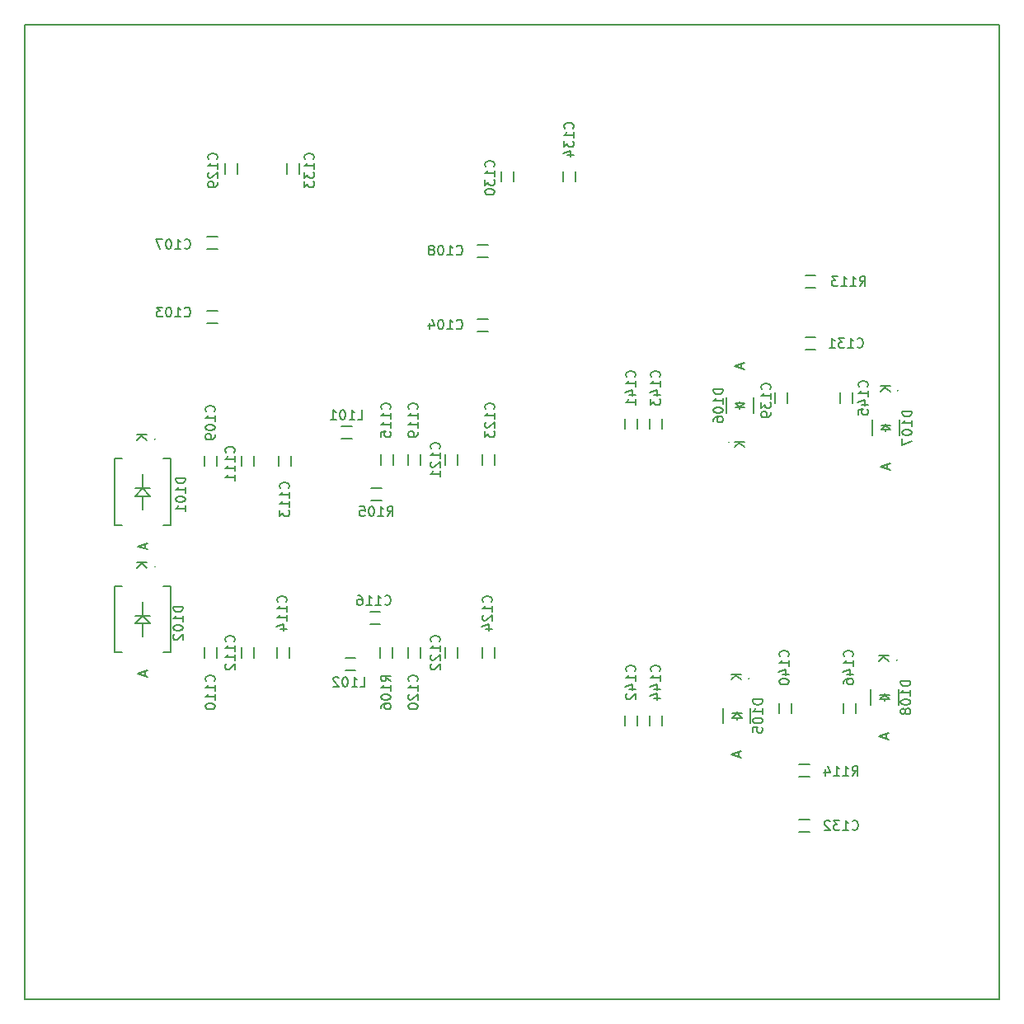
<source format=gbo>
G04 #@! TF.FileFunction,Legend,Bot*
%FSLAX46Y46*%
G04 Gerber Fmt 4.6, Leading zero omitted, Abs format (unit mm)*
G04 Created by KiCad (PCBNEW 4.0.1-stable) date 18/01/2016 20:26:33*
%MOMM*%
G01*
G04 APERTURE LIST*
%ADD10C,0.100000*%
%ADD11C,0.150000*%
G04 APERTURE END LIST*
D10*
D11*
X0Y100000000D02*
X0Y0D01*
X100000000Y100000000D02*
X0Y100000000D01*
X100000000Y0D02*
X100000000Y100000000D01*
X0Y0D02*
X100000000Y0D01*
X19235261Y70636175D02*
X18701861Y70636175D01*
X19235261Y70636175D02*
X19768661Y70636175D01*
X19235261Y69366175D02*
X18701861Y69366175D01*
X19235261Y69366175D02*
X19768661Y69366175D01*
X46990000Y69850000D02*
X46456600Y69850000D01*
X46990000Y69850000D02*
X47523400Y69850000D01*
X46990000Y68580000D02*
X46456600Y68580000D01*
X46990000Y68580000D02*
X47523400Y68580000D01*
X19235261Y78256175D02*
X18701861Y78256175D01*
X19235261Y78256175D02*
X19768661Y78256175D01*
X19235261Y76986175D02*
X18701861Y76986175D01*
X19235261Y76986175D02*
X19768661Y76986175D01*
X46990000Y77470000D02*
X46456600Y77470000D01*
X46990000Y77470000D02*
X47523400Y77470000D01*
X46990000Y76200000D02*
X46456600Y76200000D01*
X46990000Y76200000D02*
X47523400Y76200000D01*
X19685000Y55245000D02*
X19685000Y55778400D01*
X19685000Y55245000D02*
X19685000Y54711600D01*
X18415000Y55245000D02*
X18415000Y55778400D01*
X18415000Y55245000D02*
X18415000Y54711600D01*
X19685000Y35560000D02*
X19685000Y36093400D01*
X19685000Y35560000D02*
X19685000Y35026600D01*
X18415000Y35560000D02*
X18415000Y36093400D01*
X18415000Y35560000D02*
X18415000Y35026600D01*
X23495000Y55245000D02*
X23495000Y55778400D01*
X23495000Y55245000D02*
X23495000Y54711600D01*
X22225000Y55245000D02*
X22225000Y55778400D01*
X22225000Y55245000D02*
X22225000Y54711600D01*
X23495000Y35560000D02*
X23495000Y36093400D01*
X23495000Y35560000D02*
X23495000Y35026600D01*
X22225000Y35560000D02*
X22225000Y36093400D01*
X22225000Y35560000D02*
X22225000Y35026600D01*
X27305000Y55245000D02*
X27305000Y55778400D01*
X27305000Y55245000D02*
X27305000Y54711600D01*
X26035000Y55245000D02*
X26035000Y55778400D01*
X26035000Y55245000D02*
X26035000Y54711600D01*
X27178000Y35560000D02*
X27178000Y36093400D01*
X27178000Y35560000D02*
X27178000Y35026600D01*
X25908000Y35560000D02*
X25908000Y36093400D01*
X25908000Y35560000D02*
X25908000Y35026600D01*
X37846000Y55372000D02*
X37846000Y55905400D01*
X37846000Y55372000D02*
X37846000Y54838600D01*
X36576000Y55372000D02*
X36576000Y55905400D01*
X36576000Y55372000D02*
X36576000Y54838600D01*
X35941000Y39751000D02*
X35407600Y39751000D01*
X35941000Y39751000D02*
X36474400Y39751000D01*
X35941000Y38481000D02*
X35407600Y38481000D01*
X35941000Y38481000D02*
X36474400Y38481000D01*
X40640000Y55372000D02*
X40640000Y55905400D01*
X40640000Y55372000D02*
X40640000Y54838600D01*
X39370000Y55372000D02*
X39370000Y55905400D01*
X39370000Y55372000D02*
X39370000Y54838600D01*
X40640000Y35560000D02*
X40640000Y36093400D01*
X40640000Y35560000D02*
X40640000Y35026600D01*
X39370000Y35560000D02*
X39370000Y36093400D01*
X39370000Y35560000D02*
X39370000Y35026600D01*
X44450000Y55372000D02*
X44450000Y55905400D01*
X44450000Y55372000D02*
X44450000Y54838600D01*
X43180000Y55372000D02*
X43180000Y55905400D01*
X43180000Y55372000D02*
X43180000Y54838600D01*
X44450000Y35560000D02*
X44450000Y36093400D01*
X44450000Y35560000D02*
X44450000Y35026600D01*
X43180000Y35560000D02*
X43180000Y36093400D01*
X43180000Y35560000D02*
X43180000Y35026600D01*
X48260000Y55372000D02*
X48260000Y55905400D01*
X48260000Y55372000D02*
X48260000Y54838600D01*
X46990000Y55372000D02*
X46990000Y55905400D01*
X46990000Y55372000D02*
X46990000Y54838600D01*
X48260000Y35560000D02*
X48260000Y36093400D01*
X48260000Y35560000D02*
X48260000Y35026600D01*
X46990000Y35560000D02*
X46990000Y36093400D01*
X46990000Y35560000D02*
X46990000Y35026600D01*
X21775261Y85241175D02*
X21775261Y85774575D01*
X21775261Y85241175D02*
X21775261Y84707775D01*
X20505261Y85241175D02*
X20505261Y85774575D01*
X20505261Y85241175D02*
X20505261Y84707775D01*
X50165000Y84455000D02*
X50165000Y84988400D01*
X50165000Y84455000D02*
X50165000Y83921600D01*
X48895000Y84455000D02*
X48895000Y84988400D01*
X48895000Y84455000D02*
X48895000Y83921600D01*
X80645000Y67945000D02*
X80111600Y67945000D01*
X80645000Y67945000D02*
X81178400Y67945000D01*
X80645000Y66675000D02*
X80111600Y66675000D01*
X80645000Y66675000D02*
X81178400Y66675000D01*
X80010000Y17145000D02*
X80543400Y17145000D01*
X80010000Y17145000D02*
X79476600Y17145000D01*
X80010000Y18415000D02*
X80543400Y18415000D01*
X80010000Y18415000D02*
X79476600Y18415000D01*
X28125261Y85241175D02*
X28125261Y85774575D01*
X28125261Y85241175D02*
X28125261Y84707775D01*
X26855261Y85241175D02*
X26855261Y85774575D01*
X26855261Y85241175D02*
X26855261Y84707775D01*
X56515000Y84455000D02*
X56515000Y84988400D01*
X56515000Y84455000D02*
X56515000Y83921600D01*
X55245000Y84455000D02*
X55245000Y84988400D01*
X55245000Y84455000D02*
X55245000Y83921600D01*
X78282800Y61722000D02*
X78282800Y62255400D01*
X78282800Y61722000D02*
X78282800Y61188600D01*
X77012800Y61722000D02*
X77012800Y62255400D01*
X77012800Y61722000D02*
X77012800Y61188600D01*
X78740000Y29845000D02*
X78740000Y30378400D01*
X78740000Y29845000D02*
X78740000Y29311600D01*
X77470000Y29845000D02*
X77470000Y30378400D01*
X77470000Y29845000D02*
X77470000Y29311600D01*
X12065000Y51270000D02*
X12065000Y50270000D01*
X12065000Y52870000D02*
X12065000Y53870000D01*
X14965000Y48670000D02*
X14165000Y48670000D01*
X14965000Y55470000D02*
X14165000Y55470000D01*
X9165000Y52070000D02*
X9165000Y48670000D01*
X9165000Y48670000D02*
X9965000Y48670000D01*
X9165000Y52070000D02*
X9165000Y55470000D01*
X9165000Y55470000D02*
X9965000Y55470000D01*
X14965000Y52070000D02*
X14965000Y48670000D01*
X14965000Y52070000D02*
X14965000Y55470000D01*
X13320902Y57470000D02*
G75*
G03X13320902Y57470000I-55902J0D01*
G01*
X12065000Y52447500D02*
X12065000Y52847500D01*
X12065000Y51647500D02*
X12065000Y51247500D01*
X12865000Y52447500D02*
X11265000Y52447500D01*
X12865000Y51647500D02*
X12065000Y52447500D01*
X12865000Y51647500D02*
X11265000Y51647500D01*
X11265000Y51647500D02*
X12065000Y52447500D01*
X12065000Y38189000D02*
X12065000Y37189000D01*
X12065000Y39789000D02*
X12065000Y40789000D01*
X14965000Y35589000D02*
X14165000Y35589000D01*
X14965000Y42389000D02*
X14165000Y42389000D01*
X9165000Y38989000D02*
X9165000Y35589000D01*
X9165000Y35589000D02*
X9965000Y35589000D01*
X9165000Y38989000D02*
X9165000Y42389000D01*
X9165000Y42389000D02*
X9965000Y42389000D01*
X14965000Y38989000D02*
X14965000Y35589000D01*
X14965000Y38989000D02*
X14965000Y42389000D01*
X13320902Y44389000D02*
G75*
G03X13320902Y44389000I-55902J0D01*
G01*
X12065000Y39366500D02*
X12065000Y39766500D01*
X12065000Y38566500D02*
X12065000Y38166500D01*
X12865000Y39366500D02*
X11265000Y39366500D01*
X12865000Y38566500D02*
X12065000Y39366500D01*
X12865000Y38566500D02*
X11265000Y38566500D01*
X11265000Y38566500D02*
X12065000Y39366500D01*
X33020000Y58801000D02*
X32486600Y58801000D01*
X33020000Y58801000D02*
X33553400Y58801000D01*
X33020000Y57531000D02*
X32486600Y57531000D01*
X33020000Y57531000D02*
X33553400Y57531000D01*
X33401000Y35052000D02*
X32867600Y35052000D01*
X33401000Y35052000D02*
X33934400Y35052000D01*
X33401000Y33782000D02*
X32867600Y33782000D01*
X33401000Y33782000D02*
X33934400Y33782000D01*
X36068000Y51181000D02*
X36601400Y51181000D01*
X36068000Y51181000D02*
X35534600Y51181000D01*
X36068000Y52451000D02*
X36601400Y52451000D01*
X36068000Y52451000D02*
X35534600Y52451000D01*
X37719000Y35560000D02*
X37719000Y36093400D01*
X37719000Y35560000D02*
X37719000Y35026600D01*
X36449000Y35560000D02*
X36449000Y36093400D01*
X36449000Y35560000D02*
X36449000Y35026600D01*
X80645000Y73025000D02*
X81178400Y73025000D01*
X80645000Y73025000D02*
X80111600Y73025000D01*
X80645000Y74295000D02*
X81178400Y74295000D01*
X80645000Y74295000D02*
X80111600Y74295000D01*
X80010000Y24130000D02*
X79476600Y24130000D01*
X80010000Y24130000D02*
X80543400Y24130000D01*
X80010000Y22860000D02*
X79476600Y22860000D01*
X80010000Y22860000D02*
X80543400Y22860000D01*
X73088500Y28783000D02*
X73088500Y28683000D01*
X73088500Y29383000D02*
X73088500Y29483000D01*
X74344402Y32883000D02*
G75*
G03X74344402Y32883000I-55902J0D01*
G01*
X73588500Y29333000D02*
X72588500Y29333000D01*
X73588500Y28833000D02*
X73088500Y29333000D01*
X73588500Y28833000D02*
X72588500Y28833000D01*
X72588500Y28833000D02*
X73088500Y29333000D01*
X71688500Y29083000D02*
X71688500Y28283000D01*
X71688500Y29083000D02*
X71688500Y29883000D01*
X74488500Y29083000D02*
X74488500Y29883000D01*
X74488500Y29083000D02*
X74488500Y28283000D01*
X73406000Y61260000D02*
X73406000Y61360000D01*
X73406000Y60660000D02*
X73406000Y60560000D01*
X72261902Y57160000D02*
G75*
G03X72261902Y57160000I-55902J0D01*
G01*
X72906000Y60710000D02*
X73906000Y60710000D01*
X72906000Y61210000D02*
X73406000Y60710000D01*
X72906000Y61210000D02*
X73906000Y61210000D01*
X73906000Y61210000D02*
X73406000Y60710000D01*
X74806000Y60960000D02*
X74806000Y61760000D01*
X74806000Y60960000D02*
X74806000Y60160000D01*
X72006000Y60960000D02*
X72006000Y60160000D01*
X72006000Y60960000D02*
X72006000Y61760000D01*
X88392000Y58374000D02*
X88392000Y58274000D01*
X88392000Y58974000D02*
X88392000Y59074000D01*
X89647902Y62474000D02*
G75*
G03X89647902Y62474000I-55902J0D01*
G01*
X88892000Y58924000D02*
X87892000Y58924000D01*
X88892000Y58424000D02*
X88392000Y58924000D01*
X88892000Y58424000D02*
X87892000Y58424000D01*
X87892000Y58424000D02*
X88392000Y58924000D01*
X86992000Y58674000D02*
X86992000Y57874000D01*
X86992000Y58674000D02*
X86992000Y59474000D01*
X89792000Y58674000D02*
X89792000Y59474000D01*
X89792000Y58674000D02*
X89792000Y57874000D01*
X88265000Y30688000D02*
X88265000Y30588000D01*
X88265000Y31288000D02*
X88265000Y31388000D01*
X89520902Y34788000D02*
G75*
G03X89520902Y34788000I-55902J0D01*
G01*
X88765000Y31238000D02*
X87765000Y31238000D01*
X88765000Y30738000D02*
X88265000Y31238000D01*
X88765000Y30738000D02*
X87765000Y30738000D01*
X87765000Y30738000D02*
X88265000Y31238000D01*
X86865000Y30988000D02*
X86865000Y30188000D01*
X86865000Y30988000D02*
X86865000Y31788000D01*
X89665000Y30988000D02*
X89665000Y31788000D01*
X89665000Y30988000D02*
X89665000Y30188000D01*
X62865000Y59055000D02*
X62865000Y59588400D01*
X62865000Y59055000D02*
X62865000Y58521600D01*
X61595000Y59055000D02*
X61595000Y59588400D01*
X61595000Y59055000D02*
X61595000Y58521600D01*
X62865000Y28575000D02*
X62865000Y29108400D01*
X62865000Y28575000D02*
X62865000Y28041600D01*
X61595000Y28575000D02*
X61595000Y29108400D01*
X61595000Y28575000D02*
X61595000Y28041600D01*
X65405000Y59055000D02*
X65405000Y59588400D01*
X65405000Y59055000D02*
X65405000Y58521600D01*
X64135000Y59055000D02*
X64135000Y59588400D01*
X64135000Y59055000D02*
X64135000Y58521600D01*
X65405000Y28575000D02*
X65405000Y29108400D01*
X65405000Y28575000D02*
X65405000Y28041600D01*
X64135000Y28575000D02*
X64135000Y29108400D01*
X64135000Y28575000D02*
X64135000Y28041600D01*
X84963000Y61722000D02*
X84963000Y62255400D01*
X84963000Y61722000D02*
X84963000Y61188600D01*
X83693000Y61722000D02*
X83693000Y62255400D01*
X83693000Y61722000D02*
X83693000Y61188600D01*
X85344000Y29845000D02*
X85344000Y30378400D01*
X85344000Y29845000D02*
X85344000Y29311600D01*
X84074000Y29845000D02*
X84074000Y30378400D01*
X84074000Y29845000D02*
X84074000Y29311600D01*
X16359047Y70127857D02*
X16406666Y70080238D01*
X16549523Y70032619D01*
X16644761Y70032619D01*
X16787619Y70080238D01*
X16882857Y70175476D01*
X16930476Y70270714D01*
X16978095Y70461190D01*
X16978095Y70604048D01*
X16930476Y70794524D01*
X16882857Y70889762D01*
X16787619Y70985000D01*
X16644761Y71032619D01*
X16549523Y71032619D01*
X16406666Y70985000D01*
X16359047Y70937381D01*
X15406666Y70032619D02*
X15978095Y70032619D01*
X15692381Y70032619D02*
X15692381Y71032619D01*
X15787619Y70889762D01*
X15882857Y70794524D01*
X15978095Y70746905D01*
X14787619Y71032619D02*
X14692380Y71032619D01*
X14597142Y70985000D01*
X14549523Y70937381D01*
X14501904Y70842143D01*
X14454285Y70651667D01*
X14454285Y70413571D01*
X14501904Y70223095D01*
X14549523Y70127857D01*
X14597142Y70080238D01*
X14692380Y70032619D01*
X14787619Y70032619D01*
X14882857Y70080238D01*
X14930476Y70127857D01*
X14978095Y70223095D01*
X15025714Y70413571D01*
X15025714Y70651667D01*
X14978095Y70842143D01*
X14930476Y70937381D01*
X14882857Y70985000D01*
X14787619Y71032619D01*
X14120952Y71032619D02*
X13501904Y71032619D01*
X13835238Y70651667D01*
X13692380Y70651667D01*
X13597142Y70604048D01*
X13549523Y70556429D01*
X13501904Y70461190D01*
X13501904Y70223095D01*
X13549523Y70127857D01*
X13597142Y70080238D01*
X13692380Y70032619D01*
X13978095Y70032619D01*
X14073333Y70080238D01*
X14120952Y70127857D01*
X44299047Y68857857D02*
X44346666Y68810238D01*
X44489523Y68762619D01*
X44584761Y68762619D01*
X44727619Y68810238D01*
X44822857Y68905476D01*
X44870476Y69000714D01*
X44918095Y69191190D01*
X44918095Y69334048D01*
X44870476Y69524524D01*
X44822857Y69619762D01*
X44727619Y69715000D01*
X44584761Y69762619D01*
X44489523Y69762619D01*
X44346666Y69715000D01*
X44299047Y69667381D01*
X43346666Y68762619D02*
X43918095Y68762619D01*
X43632381Y68762619D02*
X43632381Y69762619D01*
X43727619Y69619762D01*
X43822857Y69524524D01*
X43918095Y69476905D01*
X42727619Y69762619D02*
X42632380Y69762619D01*
X42537142Y69715000D01*
X42489523Y69667381D01*
X42441904Y69572143D01*
X42394285Y69381667D01*
X42394285Y69143571D01*
X42441904Y68953095D01*
X42489523Y68857857D01*
X42537142Y68810238D01*
X42632380Y68762619D01*
X42727619Y68762619D01*
X42822857Y68810238D01*
X42870476Y68857857D01*
X42918095Y68953095D01*
X42965714Y69143571D01*
X42965714Y69381667D01*
X42918095Y69572143D01*
X42870476Y69667381D01*
X42822857Y69715000D01*
X42727619Y69762619D01*
X41537142Y69429286D02*
X41537142Y68762619D01*
X41775238Y69810238D02*
X42013333Y69095952D01*
X41394285Y69095952D01*
X16359047Y77112857D02*
X16406666Y77065238D01*
X16549523Y77017619D01*
X16644761Y77017619D01*
X16787619Y77065238D01*
X16882857Y77160476D01*
X16930476Y77255714D01*
X16978095Y77446190D01*
X16978095Y77589048D01*
X16930476Y77779524D01*
X16882857Y77874762D01*
X16787619Y77970000D01*
X16644761Y78017619D01*
X16549523Y78017619D01*
X16406666Y77970000D01*
X16359047Y77922381D01*
X15406666Y77017619D02*
X15978095Y77017619D01*
X15692381Y77017619D02*
X15692381Y78017619D01*
X15787619Y77874762D01*
X15882857Y77779524D01*
X15978095Y77731905D01*
X14787619Y78017619D02*
X14692380Y78017619D01*
X14597142Y77970000D01*
X14549523Y77922381D01*
X14501904Y77827143D01*
X14454285Y77636667D01*
X14454285Y77398571D01*
X14501904Y77208095D01*
X14549523Y77112857D01*
X14597142Y77065238D01*
X14692380Y77017619D01*
X14787619Y77017619D01*
X14882857Y77065238D01*
X14930476Y77112857D01*
X14978095Y77208095D01*
X15025714Y77398571D01*
X15025714Y77636667D01*
X14978095Y77827143D01*
X14930476Y77922381D01*
X14882857Y77970000D01*
X14787619Y78017619D01*
X14120952Y78017619D02*
X13454285Y78017619D01*
X13882857Y77017619D01*
X44299047Y76477857D02*
X44346666Y76430238D01*
X44489523Y76382619D01*
X44584761Y76382619D01*
X44727619Y76430238D01*
X44822857Y76525476D01*
X44870476Y76620714D01*
X44918095Y76811190D01*
X44918095Y76954048D01*
X44870476Y77144524D01*
X44822857Y77239762D01*
X44727619Y77335000D01*
X44584761Y77382619D01*
X44489523Y77382619D01*
X44346666Y77335000D01*
X44299047Y77287381D01*
X43346666Y76382619D02*
X43918095Y76382619D01*
X43632381Y76382619D02*
X43632381Y77382619D01*
X43727619Y77239762D01*
X43822857Y77144524D01*
X43918095Y77096905D01*
X42727619Y77382619D02*
X42632380Y77382619D01*
X42537142Y77335000D01*
X42489523Y77287381D01*
X42441904Y77192143D01*
X42394285Y77001667D01*
X42394285Y76763571D01*
X42441904Y76573095D01*
X42489523Y76477857D01*
X42537142Y76430238D01*
X42632380Y76382619D01*
X42727619Y76382619D01*
X42822857Y76430238D01*
X42870476Y76477857D01*
X42918095Y76573095D01*
X42965714Y76763571D01*
X42965714Y77001667D01*
X42918095Y77192143D01*
X42870476Y77287381D01*
X42822857Y77335000D01*
X42727619Y77382619D01*
X41822857Y76954048D02*
X41918095Y77001667D01*
X41965714Y77049286D01*
X42013333Y77144524D01*
X42013333Y77192143D01*
X41965714Y77287381D01*
X41918095Y77335000D01*
X41822857Y77382619D01*
X41632380Y77382619D01*
X41537142Y77335000D01*
X41489523Y77287381D01*
X41441904Y77192143D01*
X41441904Y77144524D01*
X41489523Y77049286D01*
X41537142Y77001667D01*
X41632380Y76954048D01*
X41822857Y76954048D01*
X41918095Y76906429D01*
X41965714Y76858810D01*
X42013333Y76763571D01*
X42013333Y76573095D01*
X41965714Y76477857D01*
X41918095Y76430238D01*
X41822857Y76382619D01*
X41632380Y76382619D01*
X41537142Y76430238D01*
X41489523Y76477857D01*
X41441904Y76573095D01*
X41441904Y76763571D01*
X41489523Y76858810D01*
X41537142Y76906429D01*
X41632380Y76954048D01*
X19407143Y60301047D02*
X19454762Y60348666D01*
X19502381Y60491523D01*
X19502381Y60586761D01*
X19454762Y60729619D01*
X19359524Y60824857D01*
X19264286Y60872476D01*
X19073810Y60920095D01*
X18930952Y60920095D01*
X18740476Y60872476D01*
X18645238Y60824857D01*
X18550000Y60729619D01*
X18502381Y60586761D01*
X18502381Y60491523D01*
X18550000Y60348666D01*
X18597619Y60301047D01*
X19502381Y59348666D02*
X19502381Y59920095D01*
X19502381Y59634381D02*
X18502381Y59634381D01*
X18645238Y59729619D01*
X18740476Y59824857D01*
X18788095Y59920095D01*
X18502381Y58729619D02*
X18502381Y58634380D01*
X18550000Y58539142D01*
X18597619Y58491523D01*
X18692857Y58443904D01*
X18883333Y58396285D01*
X19121429Y58396285D01*
X19311905Y58443904D01*
X19407143Y58491523D01*
X19454762Y58539142D01*
X19502381Y58634380D01*
X19502381Y58729619D01*
X19454762Y58824857D01*
X19407143Y58872476D01*
X19311905Y58920095D01*
X19121429Y58967714D01*
X18883333Y58967714D01*
X18692857Y58920095D01*
X18597619Y58872476D01*
X18550000Y58824857D01*
X18502381Y58729619D01*
X19502381Y57920095D02*
X19502381Y57729619D01*
X19454762Y57634380D01*
X19407143Y57586761D01*
X19264286Y57491523D01*
X19073810Y57443904D01*
X18692857Y57443904D01*
X18597619Y57491523D01*
X18550000Y57539142D01*
X18502381Y57634380D01*
X18502381Y57824857D01*
X18550000Y57920095D01*
X18597619Y57967714D01*
X18692857Y58015333D01*
X18930952Y58015333D01*
X19026190Y57967714D01*
X19073810Y57920095D01*
X19121429Y57824857D01*
X19121429Y57634380D01*
X19073810Y57539142D01*
X19026190Y57491523D01*
X18930952Y57443904D01*
X19407143Y32615047D02*
X19454762Y32662666D01*
X19502381Y32805523D01*
X19502381Y32900761D01*
X19454762Y33043619D01*
X19359524Y33138857D01*
X19264286Y33186476D01*
X19073810Y33234095D01*
X18930952Y33234095D01*
X18740476Y33186476D01*
X18645238Y33138857D01*
X18550000Y33043619D01*
X18502381Y32900761D01*
X18502381Y32805523D01*
X18550000Y32662666D01*
X18597619Y32615047D01*
X19502381Y31662666D02*
X19502381Y32234095D01*
X19502381Y31948381D02*
X18502381Y31948381D01*
X18645238Y32043619D01*
X18740476Y32138857D01*
X18788095Y32234095D01*
X19502381Y30710285D02*
X19502381Y31281714D01*
X19502381Y30996000D02*
X18502381Y30996000D01*
X18645238Y31091238D01*
X18740476Y31186476D01*
X18788095Y31281714D01*
X18502381Y30091238D02*
X18502381Y29995999D01*
X18550000Y29900761D01*
X18597619Y29853142D01*
X18692857Y29805523D01*
X18883333Y29757904D01*
X19121429Y29757904D01*
X19311905Y29805523D01*
X19407143Y29853142D01*
X19454762Y29900761D01*
X19502381Y29995999D01*
X19502381Y30091238D01*
X19454762Y30186476D01*
X19407143Y30234095D01*
X19311905Y30281714D01*
X19121429Y30329333D01*
X18883333Y30329333D01*
X18692857Y30281714D01*
X18597619Y30234095D01*
X18550000Y30186476D01*
X18502381Y30091238D01*
X21439143Y56110047D02*
X21486762Y56157666D01*
X21534381Y56300523D01*
X21534381Y56395761D01*
X21486762Y56538619D01*
X21391524Y56633857D01*
X21296286Y56681476D01*
X21105810Y56729095D01*
X20962952Y56729095D01*
X20772476Y56681476D01*
X20677238Y56633857D01*
X20582000Y56538619D01*
X20534381Y56395761D01*
X20534381Y56300523D01*
X20582000Y56157666D01*
X20629619Y56110047D01*
X21534381Y55157666D02*
X21534381Y55729095D01*
X21534381Y55443381D02*
X20534381Y55443381D01*
X20677238Y55538619D01*
X20772476Y55633857D01*
X20820095Y55729095D01*
X21534381Y54205285D02*
X21534381Y54776714D01*
X21534381Y54491000D02*
X20534381Y54491000D01*
X20677238Y54586238D01*
X20772476Y54681476D01*
X20820095Y54776714D01*
X21534381Y53252904D02*
X21534381Y53824333D01*
X21534381Y53538619D02*
X20534381Y53538619D01*
X20677238Y53633857D01*
X20772476Y53729095D01*
X20820095Y53824333D01*
X21439143Y36679047D02*
X21486762Y36726666D01*
X21534381Y36869523D01*
X21534381Y36964761D01*
X21486762Y37107619D01*
X21391524Y37202857D01*
X21296286Y37250476D01*
X21105810Y37298095D01*
X20962952Y37298095D01*
X20772476Y37250476D01*
X20677238Y37202857D01*
X20582000Y37107619D01*
X20534381Y36964761D01*
X20534381Y36869523D01*
X20582000Y36726666D01*
X20629619Y36679047D01*
X21534381Y35726666D02*
X21534381Y36298095D01*
X21534381Y36012381D02*
X20534381Y36012381D01*
X20677238Y36107619D01*
X20772476Y36202857D01*
X20820095Y36298095D01*
X21534381Y34774285D02*
X21534381Y35345714D01*
X21534381Y35060000D02*
X20534381Y35060000D01*
X20677238Y35155238D01*
X20772476Y35250476D01*
X20820095Y35345714D01*
X20629619Y34393333D02*
X20582000Y34345714D01*
X20534381Y34250476D01*
X20534381Y34012380D01*
X20582000Y33917142D01*
X20629619Y33869523D01*
X20724857Y33821904D01*
X20820095Y33821904D01*
X20962952Y33869523D01*
X21534381Y34440952D01*
X21534381Y33821904D01*
X27027143Y52427047D02*
X27074762Y52474666D01*
X27122381Y52617523D01*
X27122381Y52712761D01*
X27074762Y52855619D01*
X26979524Y52950857D01*
X26884286Y52998476D01*
X26693810Y53046095D01*
X26550952Y53046095D01*
X26360476Y52998476D01*
X26265238Y52950857D01*
X26170000Y52855619D01*
X26122381Y52712761D01*
X26122381Y52617523D01*
X26170000Y52474666D01*
X26217619Y52427047D01*
X27122381Y51474666D02*
X27122381Y52046095D01*
X27122381Y51760381D02*
X26122381Y51760381D01*
X26265238Y51855619D01*
X26360476Y51950857D01*
X26408095Y52046095D01*
X27122381Y50522285D02*
X27122381Y51093714D01*
X27122381Y50808000D02*
X26122381Y50808000D01*
X26265238Y50903238D01*
X26360476Y50998476D01*
X26408095Y51093714D01*
X26122381Y50188952D02*
X26122381Y49569904D01*
X26503333Y49903238D01*
X26503333Y49760380D01*
X26550952Y49665142D01*
X26598571Y49617523D01*
X26693810Y49569904D01*
X26931905Y49569904D01*
X27027143Y49617523D01*
X27074762Y49665142D01*
X27122381Y49760380D01*
X27122381Y50046095D01*
X27074762Y50141333D01*
X27027143Y50188952D01*
X26773143Y40743047D02*
X26820762Y40790666D01*
X26868381Y40933523D01*
X26868381Y41028761D01*
X26820762Y41171619D01*
X26725524Y41266857D01*
X26630286Y41314476D01*
X26439810Y41362095D01*
X26296952Y41362095D01*
X26106476Y41314476D01*
X26011238Y41266857D01*
X25916000Y41171619D01*
X25868381Y41028761D01*
X25868381Y40933523D01*
X25916000Y40790666D01*
X25963619Y40743047D01*
X26868381Y39790666D02*
X26868381Y40362095D01*
X26868381Y40076381D02*
X25868381Y40076381D01*
X26011238Y40171619D01*
X26106476Y40266857D01*
X26154095Y40362095D01*
X26868381Y38838285D02*
X26868381Y39409714D01*
X26868381Y39124000D02*
X25868381Y39124000D01*
X26011238Y39219238D01*
X26106476Y39314476D01*
X26154095Y39409714D01*
X26201714Y37981142D02*
X26868381Y37981142D01*
X25820762Y38219238D02*
X26535048Y38457333D01*
X26535048Y37838285D01*
X37441143Y60555047D02*
X37488762Y60602666D01*
X37536381Y60745523D01*
X37536381Y60840761D01*
X37488762Y60983619D01*
X37393524Y61078857D01*
X37298286Y61126476D01*
X37107810Y61174095D01*
X36964952Y61174095D01*
X36774476Y61126476D01*
X36679238Y61078857D01*
X36584000Y60983619D01*
X36536381Y60840761D01*
X36536381Y60745523D01*
X36584000Y60602666D01*
X36631619Y60555047D01*
X37536381Y59602666D02*
X37536381Y60174095D01*
X37536381Y59888381D02*
X36536381Y59888381D01*
X36679238Y59983619D01*
X36774476Y60078857D01*
X36822095Y60174095D01*
X37536381Y58650285D02*
X37536381Y59221714D01*
X37536381Y58936000D02*
X36536381Y58936000D01*
X36679238Y59031238D01*
X36774476Y59126476D01*
X36822095Y59221714D01*
X36536381Y57745523D02*
X36536381Y58221714D01*
X37012571Y58269333D01*
X36964952Y58221714D01*
X36917333Y58126476D01*
X36917333Y57888380D01*
X36964952Y57793142D01*
X37012571Y57745523D01*
X37107810Y57697904D01*
X37345905Y57697904D01*
X37441143Y57745523D01*
X37488762Y57793142D01*
X37536381Y57888380D01*
X37536381Y58126476D01*
X37488762Y58221714D01*
X37441143Y58269333D01*
X36933047Y40536857D02*
X36980666Y40489238D01*
X37123523Y40441619D01*
X37218761Y40441619D01*
X37361619Y40489238D01*
X37456857Y40584476D01*
X37504476Y40679714D01*
X37552095Y40870190D01*
X37552095Y41013048D01*
X37504476Y41203524D01*
X37456857Y41298762D01*
X37361619Y41394000D01*
X37218761Y41441619D01*
X37123523Y41441619D01*
X36980666Y41394000D01*
X36933047Y41346381D01*
X35980666Y40441619D02*
X36552095Y40441619D01*
X36266381Y40441619D02*
X36266381Y41441619D01*
X36361619Y41298762D01*
X36456857Y41203524D01*
X36552095Y41155905D01*
X35028285Y40441619D02*
X35599714Y40441619D01*
X35314000Y40441619D02*
X35314000Y41441619D01*
X35409238Y41298762D01*
X35504476Y41203524D01*
X35599714Y41155905D01*
X34171142Y41441619D02*
X34361619Y41441619D01*
X34456857Y41394000D01*
X34504476Y41346381D01*
X34599714Y41203524D01*
X34647333Y41013048D01*
X34647333Y40632095D01*
X34599714Y40536857D01*
X34552095Y40489238D01*
X34456857Y40441619D01*
X34266380Y40441619D01*
X34171142Y40489238D01*
X34123523Y40536857D01*
X34075904Y40632095D01*
X34075904Y40870190D01*
X34123523Y40965429D01*
X34171142Y41013048D01*
X34266380Y41060667D01*
X34456857Y41060667D01*
X34552095Y41013048D01*
X34599714Y40965429D01*
X34647333Y40870190D01*
X40235143Y60555047D02*
X40282762Y60602666D01*
X40330381Y60745523D01*
X40330381Y60840761D01*
X40282762Y60983619D01*
X40187524Y61078857D01*
X40092286Y61126476D01*
X39901810Y61174095D01*
X39758952Y61174095D01*
X39568476Y61126476D01*
X39473238Y61078857D01*
X39378000Y60983619D01*
X39330381Y60840761D01*
X39330381Y60745523D01*
X39378000Y60602666D01*
X39425619Y60555047D01*
X40330381Y59602666D02*
X40330381Y60174095D01*
X40330381Y59888381D02*
X39330381Y59888381D01*
X39473238Y59983619D01*
X39568476Y60078857D01*
X39616095Y60174095D01*
X40330381Y58650285D02*
X40330381Y59221714D01*
X40330381Y58936000D02*
X39330381Y58936000D01*
X39473238Y59031238D01*
X39568476Y59126476D01*
X39616095Y59221714D01*
X40330381Y58174095D02*
X40330381Y57983619D01*
X40282762Y57888380D01*
X40235143Y57840761D01*
X40092286Y57745523D01*
X39901810Y57697904D01*
X39520857Y57697904D01*
X39425619Y57745523D01*
X39378000Y57793142D01*
X39330381Y57888380D01*
X39330381Y58078857D01*
X39378000Y58174095D01*
X39425619Y58221714D01*
X39520857Y58269333D01*
X39758952Y58269333D01*
X39854190Y58221714D01*
X39901810Y58174095D01*
X39949429Y58078857D01*
X39949429Y57888380D01*
X39901810Y57793142D01*
X39854190Y57745523D01*
X39758952Y57697904D01*
X40235143Y32615047D02*
X40282762Y32662666D01*
X40330381Y32805523D01*
X40330381Y32900761D01*
X40282762Y33043619D01*
X40187524Y33138857D01*
X40092286Y33186476D01*
X39901810Y33234095D01*
X39758952Y33234095D01*
X39568476Y33186476D01*
X39473238Y33138857D01*
X39378000Y33043619D01*
X39330381Y32900761D01*
X39330381Y32805523D01*
X39378000Y32662666D01*
X39425619Y32615047D01*
X40330381Y31662666D02*
X40330381Y32234095D01*
X40330381Y31948381D02*
X39330381Y31948381D01*
X39473238Y32043619D01*
X39568476Y32138857D01*
X39616095Y32234095D01*
X39425619Y31281714D02*
X39378000Y31234095D01*
X39330381Y31138857D01*
X39330381Y30900761D01*
X39378000Y30805523D01*
X39425619Y30757904D01*
X39520857Y30710285D01*
X39616095Y30710285D01*
X39758952Y30757904D01*
X40330381Y31329333D01*
X40330381Y30710285D01*
X39330381Y30091238D02*
X39330381Y29995999D01*
X39378000Y29900761D01*
X39425619Y29853142D01*
X39520857Y29805523D01*
X39711333Y29757904D01*
X39949429Y29757904D01*
X40139905Y29805523D01*
X40235143Y29853142D01*
X40282762Y29900761D01*
X40330381Y29995999D01*
X40330381Y30091238D01*
X40282762Y30186476D01*
X40235143Y30234095D01*
X40139905Y30281714D01*
X39949429Y30329333D01*
X39711333Y30329333D01*
X39520857Y30281714D01*
X39425619Y30234095D01*
X39378000Y30186476D01*
X39330381Y30091238D01*
X42521143Y56491047D02*
X42568762Y56538666D01*
X42616381Y56681523D01*
X42616381Y56776761D01*
X42568762Y56919619D01*
X42473524Y57014857D01*
X42378286Y57062476D01*
X42187810Y57110095D01*
X42044952Y57110095D01*
X41854476Y57062476D01*
X41759238Y57014857D01*
X41664000Y56919619D01*
X41616381Y56776761D01*
X41616381Y56681523D01*
X41664000Y56538666D01*
X41711619Y56491047D01*
X42616381Y55538666D02*
X42616381Y56110095D01*
X42616381Y55824381D02*
X41616381Y55824381D01*
X41759238Y55919619D01*
X41854476Y56014857D01*
X41902095Y56110095D01*
X41711619Y55157714D02*
X41664000Y55110095D01*
X41616381Y55014857D01*
X41616381Y54776761D01*
X41664000Y54681523D01*
X41711619Y54633904D01*
X41806857Y54586285D01*
X41902095Y54586285D01*
X42044952Y54633904D01*
X42616381Y55205333D01*
X42616381Y54586285D01*
X42616381Y53633904D02*
X42616381Y54205333D01*
X42616381Y53919619D02*
X41616381Y53919619D01*
X41759238Y54014857D01*
X41854476Y54110095D01*
X41902095Y54205333D01*
X42521143Y36679047D02*
X42568762Y36726666D01*
X42616381Y36869523D01*
X42616381Y36964761D01*
X42568762Y37107619D01*
X42473524Y37202857D01*
X42378286Y37250476D01*
X42187810Y37298095D01*
X42044952Y37298095D01*
X41854476Y37250476D01*
X41759238Y37202857D01*
X41664000Y37107619D01*
X41616381Y36964761D01*
X41616381Y36869523D01*
X41664000Y36726666D01*
X41711619Y36679047D01*
X42616381Y35726666D02*
X42616381Y36298095D01*
X42616381Y36012381D02*
X41616381Y36012381D01*
X41759238Y36107619D01*
X41854476Y36202857D01*
X41902095Y36298095D01*
X41711619Y35345714D02*
X41664000Y35298095D01*
X41616381Y35202857D01*
X41616381Y34964761D01*
X41664000Y34869523D01*
X41711619Y34821904D01*
X41806857Y34774285D01*
X41902095Y34774285D01*
X42044952Y34821904D01*
X42616381Y35393333D01*
X42616381Y34774285D01*
X41711619Y34393333D02*
X41664000Y34345714D01*
X41616381Y34250476D01*
X41616381Y34012380D01*
X41664000Y33917142D01*
X41711619Y33869523D01*
X41806857Y33821904D01*
X41902095Y33821904D01*
X42044952Y33869523D01*
X42616381Y34440952D01*
X42616381Y33821904D01*
X48109143Y60555047D02*
X48156762Y60602666D01*
X48204381Y60745523D01*
X48204381Y60840761D01*
X48156762Y60983619D01*
X48061524Y61078857D01*
X47966286Y61126476D01*
X47775810Y61174095D01*
X47632952Y61174095D01*
X47442476Y61126476D01*
X47347238Y61078857D01*
X47252000Y60983619D01*
X47204381Y60840761D01*
X47204381Y60745523D01*
X47252000Y60602666D01*
X47299619Y60555047D01*
X48204381Y59602666D02*
X48204381Y60174095D01*
X48204381Y59888381D02*
X47204381Y59888381D01*
X47347238Y59983619D01*
X47442476Y60078857D01*
X47490095Y60174095D01*
X47299619Y59221714D02*
X47252000Y59174095D01*
X47204381Y59078857D01*
X47204381Y58840761D01*
X47252000Y58745523D01*
X47299619Y58697904D01*
X47394857Y58650285D01*
X47490095Y58650285D01*
X47632952Y58697904D01*
X48204381Y59269333D01*
X48204381Y58650285D01*
X47204381Y58316952D02*
X47204381Y57697904D01*
X47585333Y58031238D01*
X47585333Y57888380D01*
X47632952Y57793142D01*
X47680571Y57745523D01*
X47775810Y57697904D01*
X48013905Y57697904D01*
X48109143Y57745523D01*
X48156762Y57793142D01*
X48204381Y57888380D01*
X48204381Y58174095D01*
X48156762Y58269333D01*
X48109143Y58316952D01*
X47855143Y40743047D02*
X47902762Y40790666D01*
X47950381Y40933523D01*
X47950381Y41028761D01*
X47902762Y41171619D01*
X47807524Y41266857D01*
X47712286Y41314476D01*
X47521810Y41362095D01*
X47378952Y41362095D01*
X47188476Y41314476D01*
X47093238Y41266857D01*
X46998000Y41171619D01*
X46950381Y41028761D01*
X46950381Y40933523D01*
X46998000Y40790666D01*
X47045619Y40743047D01*
X47950381Y39790666D02*
X47950381Y40362095D01*
X47950381Y40076381D02*
X46950381Y40076381D01*
X47093238Y40171619D01*
X47188476Y40266857D01*
X47236095Y40362095D01*
X47045619Y39409714D02*
X46998000Y39362095D01*
X46950381Y39266857D01*
X46950381Y39028761D01*
X46998000Y38933523D01*
X47045619Y38885904D01*
X47140857Y38838285D01*
X47236095Y38838285D01*
X47378952Y38885904D01*
X47950381Y39457333D01*
X47950381Y38838285D01*
X47283714Y37981142D02*
X47950381Y37981142D01*
X46902762Y38219238D02*
X47617048Y38457333D01*
X47617048Y37838285D01*
X19661143Y86209047D02*
X19708762Y86256666D01*
X19756381Y86399523D01*
X19756381Y86494761D01*
X19708762Y86637619D01*
X19613524Y86732857D01*
X19518286Y86780476D01*
X19327810Y86828095D01*
X19184952Y86828095D01*
X18994476Y86780476D01*
X18899238Y86732857D01*
X18804000Y86637619D01*
X18756381Y86494761D01*
X18756381Y86399523D01*
X18804000Y86256666D01*
X18851619Y86209047D01*
X19756381Y85256666D02*
X19756381Y85828095D01*
X19756381Y85542381D02*
X18756381Y85542381D01*
X18899238Y85637619D01*
X18994476Y85732857D01*
X19042095Y85828095D01*
X18851619Y84875714D02*
X18804000Y84828095D01*
X18756381Y84732857D01*
X18756381Y84494761D01*
X18804000Y84399523D01*
X18851619Y84351904D01*
X18946857Y84304285D01*
X19042095Y84304285D01*
X19184952Y84351904D01*
X19756381Y84923333D01*
X19756381Y84304285D01*
X19756381Y83828095D02*
X19756381Y83637619D01*
X19708762Y83542380D01*
X19661143Y83494761D01*
X19518286Y83399523D01*
X19327810Y83351904D01*
X18946857Y83351904D01*
X18851619Y83399523D01*
X18804000Y83447142D01*
X18756381Y83542380D01*
X18756381Y83732857D01*
X18804000Y83828095D01*
X18851619Y83875714D01*
X18946857Y83923333D01*
X19184952Y83923333D01*
X19280190Y83875714D01*
X19327810Y83828095D01*
X19375429Y83732857D01*
X19375429Y83542380D01*
X19327810Y83447142D01*
X19280190Y83399523D01*
X19184952Y83351904D01*
X48109143Y85447047D02*
X48156762Y85494666D01*
X48204381Y85637523D01*
X48204381Y85732761D01*
X48156762Y85875619D01*
X48061524Y85970857D01*
X47966286Y86018476D01*
X47775810Y86066095D01*
X47632952Y86066095D01*
X47442476Y86018476D01*
X47347238Y85970857D01*
X47252000Y85875619D01*
X47204381Y85732761D01*
X47204381Y85637523D01*
X47252000Y85494666D01*
X47299619Y85447047D01*
X48204381Y84494666D02*
X48204381Y85066095D01*
X48204381Y84780381D02*
X47204381Y84780381D01*
X47347238Y84875619D01*
X47442476Y84970857D01*
X47490095Y85066095D01*
X47204381Y84161333D02*
X47204381Y83542285D01*
X47585333Y83875619D01*
X47585333Y83732761D01*
X47632952Y83637523D01*
X47680571Y83589904D01*
X47775810Y83542285D01*
X48013905Y83542285D01*
X48109143Y83589904D01*
X48156762Y83637523D01*
X48204381Y83732761D01*
X48204381Y84018476D01*
X48156762Y84113714D01*
X48109143Y84161333D01*
X47204381Y82923238D02*
X47204381Y82827999D01*
X47252000Y82732761D01*
X47299619Y82685142D01*
X47394857Y82637523D01*
X47585333Y82589904D01*
X47823429Y82589904D01*
X48013905Y82637523D01*
X48109143Y82685142D01*
X48156762Y82732761D01*
X48204381Y82827999D01*
X48204381Y82923238D01*
X48156762Y83018476D01*
X48109143Y83066095D01*
X48013905Y83113714D01*
X47823429Y83161333D01*
X47585333Y83161333D01*
X47394857Y83113714D01*
X47299619Y83066095D01*
X47252000Y83018476D01*
X47204381Y82923238D01*
X85447047Y66952857D02*
X85494666Y66905238D01*
X85637523Y66857619D01*
X85732761Y66857619D01*
X85875619Y66905238D01*
X85970857Y67000476D01*
X86018476Y67095714D01*
X86066095Y67286190D01*
X86066095Y67429048D01*
X86018476Y67619524D01*
X85970857Y67714762D01*
X85875619Y67810000D01*
X85732761Y67857619D01*
X85637523Y67857619D01*
X85494666Y67810000D01*
X85447047Y67762381D01*
X84494666Y66857619D02*
X85066095Y66857619D01*
X84780381Y66857619D02*
X84780381Y67857619D01*
X84875619Y67714762D01*
X84970857Y67619524D01*
X85066095Y67571905D01*
X84161333Y67857619D02*
X83542285Y67857619D01*
X83875619Y67476667D01*
X83732761Y67476667D01*
X83637523Y67429048D01*
X83589904Y67381429D01*
X83542285Y67286190D01*
X83542285Y67048095D01*
X83589904Y66952857D01*
X83637523Y66905238D01*
X83732761Y66857619D01*
X84018476Y66857619D01*
X84113714Y66905238D01*
X84161333Y66952857D01*
X82589904Y66857619D02*
X83161333Y66857619D01*
X82875619Y66857619D02*
X82875619Y67857619D01*
X82970857Y67714762D01*
X83066095Y67619524D01*
X83161333Y67571905D01*
X84939047Y17422857D02*
X84986666Y17375238D01*
X85129523Y17327619D01*
X85224761Y17327619D01*
X85367619Y17375238D01*
X85462857Y17470476D01*
X85510476Y17565714D01*
X85558095Y17756190D01*
X85558095Y17899048D01*
X85510476Y18089524D01*
X85462857Y18184762D01*
X85367619Y18280000D01*
X85224761Y18327619D01*
X85129523Y18327619D01*
X84986666Y18280000D01*
X84939047Y18232381D01*
X83986666Y17327619D02*
X84558095Y17327619D01*
X84272381Y17327619D02*
X84272381Y18327619D01*
X84367619Y18184762D01*
X84462857Y18089524D01*
X84558095Y18041905D01*
X83653333Y18327619D02*
X83034285Y18327619D01*
X83367619Y17946667D01*
X83224761Y17946667D01*
X83129523Y17899048D01*
X83081904Y17851429D01*
X83034285Y17756190D01*
X83034285Y17518095D01*
X83081904Y17422857D01*
X83129523Y17375238D01*
X83224761Y17327619D01*
X83510476Y17327619D01*
X83605714Y17375238D01*
X83653333Y17422857D01*
X82653333Y18232381D02*
X82605714Y18280000D01*
X82510476Y18327619D01*
X82272380Y18327619D01*
X82177142Y18280000D01*
X82129523Y18232381D01*
X82081904Y18137143D01*
X82081904Y18041905D01*
X82129523Y17899048D01*
X82700952Y17327619D01*
X82081904Y17327619D01*
X29567143Y86209047D02*
X29614762Y86256666D01*
X29662381Y86399523D01*
X29662381Y86494761D01*
X29614762Y86637619D01*
X29519524Y86732857D01*
X29424286Y86780476D01*
X29233810Y86828095D01*
X29090952Y86828095D01*
X28900476Y86780476D01*
X28805238Y86732857D01*
X28710000Y86637619D01*
X28662381Y86494761D01*
X28662381Y86399523D01*
X28710000Y86256666D01*
X28757619Y86209047D01*
X29662381Y85256666D02*
X29662381Y85828095D01*
X29662381Y85542381D02*
X28662381Y85542381D01*
X28805238Y85637619D01*
X28900476Y85732857D01*
X28948095Y85828095D01*
X28662381Y84923333D02*
X28662381Y84304285D01*
X29043333Y84637619D01*
X29043333Y84494761D01*
X29090952Y84399523D01*
X29138571Y84351904D01*
X29233810Y84304285D01*
X29471905Y84304285D01*
X29567143Y84351904D01*
X29614762Y84399523D01*
X29662381Y84494761D01*
X29662381Y84780476D01*
X29614762Y84875714D01*
X29567143Y84923333D01*
X28662381Y83970952D02*
X28662381Y83351904D01*
X29043333Y83685238D01*
X29043333Y83542380D01*
X29090952Y83447142D01*
X29138571Y83399523D01*
X29233810Y83351904D01*
X29471905Y83351904D01*
X29567143Y83399523D01*
X29614762Y83447142D01*
X29662381Y83542380D01*
X29662381Y83828095D01*
X29614762Y83923333D01*
X29567143Y83970952D01*
X56237143Y89384047D02*
X56284762Y89431666D01*
X56332381Y89574523D01*
X56332381Y89669761D01*
X56284762Y89812619D01*
X56189524Y89907857D01*
X56094286Y89955476D01*
X55903810Y90003095D01*
X55760952Y90003095D01*
X55570476Y89955476D01*
X55475238Y89907857D01*
X55380000Y89812619D01*
X55332381Y89669761D01*
X55332381Y89574523D01*
X55380000Y89431666D01*
X55427619Y89384047D01*
X56332381Y88431666D02*
X56332381Y89003095D01*
X56332381Y88717381D02*
X55332381Y88717381D01*
X55475238Y88812619D01*
X55570476Y88907857D01*
X55618095Y89003095D01*
X55332381Y88098333D02*
X55332381Y87479285D01*
X55713333Y87812619D01*
X55713333Y87669761D01*
X55760952Y87574523D01*
X55808571Y87526904D01*
X55903810Y87479285D01*
X56141905Y87479285D01*
X56237143Y87526904D01*
X56284762Y87574523D01*
X56332381Y87669761D01*
X56332381Y87955476D01*
X56284762Y88050714D01*
X56237143Y88098333D01*
X55665714Y86622142D02*
X56332381Y86622142D01*
X55284762Y86860238D02*
X55999048Y87098333D01*
X55999048Y86479285D01*
X76480943Y62587047D02*
X76528562Y62634666D01*
X76576181Y62777523D01*
X76576181Y62872761D01*
X76528562Y63015619D01*
X76433324Y63110857D01*
X76338086Y63158476D01*
X76147610Y63206095D01*
X76004752Y63206095D01*
X75814276Y63158476D01*
X75719038Y63110857D01*
X75623800Y63015619D01*
X75576181Y62872761D01*
X75576181Y62777523D01*
X75623800Y62634666D01*
X75671419Y62587047D01*
X76576181Y61634666D02*
X76576181Y62206095D01*
X76576181Y61920381D02*
X75576181Y61920381D01*
X75719038Y62015619D01*
X75814276Y62110857D01*
X75861895Y62206095D01*
X75576181Y61301333D02*
X75576181Y60682285D01*
X75957133Y61015619D01*
X75957133Y60872761D01*
X76004752Y60777523D01*
X76052371Y60729904D01*
X76147610Y60682285D01*
X76385705Y60682285D01*
X76480943Y60729904D01*
X76528562Y60777523D01*
X76576181Y60872761D01*
X76576181Y61158476D01*
X76528562Y61253714D01*
X76480943Y61301333D01*
X76576181Y60206095D02*
X76576181Y60015619D01*
X76528562Y59920380D01*
X76480943Y59872761D01*
X76338086Y59777523D01*
X76147610Y59729904D01*
X75766657Y59729904D01*
X75671419Y59777523D01*
X75623800Y59825142D01*
X75576181Y59920380D01*
X75576181Y60110857D01*
X75623800Y60206095D01*
X75671419Y60253714D01*
X75766657Y60301333D01*
X76004752Y60301333D01*
X76099990Y60253714D01*
X76147610Y60206095D01*
X76195229Y60110857D01*
X76195229Y59920380D01*
X76147610Y59825142D01*
X76099990Y59777523D01*
X76004752Y59729904D01*
X78335143Y35155047D02*
X78382762Y35202666D01*
X78430381Y35345523D01*
X78430381Y35440761D01*
X78382762Y35583619D01*
X78287524Y35678857D01*
X78192286Y35726476D01*
X78001810Y35774095D01*
X77858952Y35774095D01*
X77668476Y35726476D01*
X77573238Y35678857D01*
X77478000Y35583619D01*
X77430381Y35440761D01*
X77430381Y35345523D01*
X77478000Y35202666D01*
X77525619Y35155047D01*
X78430381Y34202666D02*
X78430381Y34774095D01*
X78430381Y34488381D02*
X77430381Y34488381D01*
X77573238Y34583619D01*
X77668476Y34678857D01*
X77716095Y34774095D01*
X77763714Y33345523D02*
X78430381Y33345523D01*
X77382762Y33583619D02*
X78097048Y33821714D01*
X78097048Y33202666D01*
X77430381Y32631238D02*
X77430381Y32535999D01*
X77478000Y32440761D01*
X77525619Y32393142D01*
X77620857Y32345523D01*
X77811333Y32297904D01*
X78049429Y32297904D01*
X78239905Y32345523D01*
X78335143Y32393142D01*
X78382762Y32440761D01*
X78430381Y32535999D01*
X78430381Y32631238D01*
X78382762Y32726476D01*
X78335143Y32774095D01*
X78239905Y32821714D01*
X78049429Y32869333D01*
X77811333Y32869333D01*
X77620857Y32821714D01*
X77525619Y32774095D01*
X77478000Y32726476D01*
X77430381Y32631238D01*
X16454381Y53506476D02*
X15454381Y53506476D01*
X15454381Y53268381D01*
X15502000Y53125523D01*
X15597238Y53030285D01*
X15692476Y52982666D01*
X15882952Y52935047D01*
X16025810Y52935047D01*
X16216286Y52982666D01*
X16311524Y53030285D01*
X16406762Y53125523D01*
X16454381Y53268381D01*
X16454381Y53506476D01*
X16454381Y51982666D02*
X16454381Y52554095D01*
X16454381Y52268381D02*
X15454381Y52268381D01*
X15597238Y52363619D01*
X15692476Y52458857D01*
X15740095Y52554095D01*
X15454381Y51363619D02*
X15454381Y51268380D01*
X15502000Y51173142D01*
X15549619Y51125523D01*
X15644857Y51077904D01*
X15835333Y51030285D01*
X16073429Y51030285D01*
X16263905Y51077904D01*
X16359143Y51125523D01*
X16406762Y51173142D01*
X16454381Y51268380D01*
X16454381Y51363619D01*
X16406762Y51458857D01*
X16359143Y51506476D01*
X16263905Y51554095D01*
X16073429Y51601714D01*
X15835333Y51601714D01*
X15644857Y51554095D01*
X15549619Y51506476D01*
X15502000Y51458857D01*
X15454381Y51363619D01*
X16454381Y50077904D02*
X16454381Y50649333D01*
X16454381Y50363619D02*
X15454381Y50363619D01*
X15597238Y50458857D01*
X15692476Y50554095D01*
X15740095Y50649333D01*
X12517381Y57931905D02*
X11517381Y57931905D01*
X12517381Y57360476D02*
X11945952Y57789048D01*
X11517381Y57360476D02*
X12088810Y57931905D01*
X12295167Y46720095D02*
X12295167Y46243904D01*
X12580881Y46815333D02*
X11580881Y46482000D01*
X12580881Y46148666D01*
X16200381Y40298476D02*
X15200381Y40298476D01*
X15200381Y40060381D01*
X15248000Y39917523D01*
X15343238Y39822285D01*
X15438476Y39774666D01*
X15628952Y39727047D01*
X15771810Y39727047D01*
X15962286Y39774666D01*
X16057524Y39822285D01*
X16152762Y39917523D01*
X16200381Y40060381D01*
X16200381Y40298476D01*
X16200381Y38774666D02*
X16200381Y39346095D01*
X16200381Y39060381D02*
X15200381Y39060381D01*
X15343238Y39155619D01*
X15438476Y39250857D01*
X15486095Y39346095D01*
X15200381Y38155619D02*
X15200381Y38060380D01*
X15248000Y37965142D01*
X15295619Y37917523D01*
X15390857Y37869904D01*
X15581333Y37822285D01*
X15819429Y37822285D01*
X16009905Y37869904D01*
X16105143Y37917523D01*
X16152762Y37965142D01*
X16200381Y38060380D01*
X16200381Y38155619D01*
X16152762Y38250857D01*
X16105143Y38298476D01*
X16009905Y38346095D01*
X15819429Y38393714D01*
X15581333Y38393714D01*
X15390857Y38346095D01*
X15295619Y38298476D01*
X15248000Y38250857D01*
X15200381Y38155619D01*
X15295619Y37441333D02*
X15248000Y37393714D01*
X15200381Y37298476D01*
X15200381Y37060380D01*
X15248000Y36965142D01*
X15295619Y36917523D01*
X15390857Y36869904D01*
X15486095Y36869904D01*
X15628952Y36917523D01*
X16200381Y37488952D01*
X16200381Y36869904D01*
X12517381Y44850905D02*
X11517381Y44850905D01*
X12517381Y44279476D02*
X11945952Y44708048D01*
X11517381Y44279476D02*
X12088810Y44850905D01*
X12295167Y33639095D02*
X12295167Y33162904D01*
X12580881Y33734333D02*
X11580881Y33401000D01*
X12580881Y33067666D01*
X34139047Y59491619D02*
X34615238Y59491619D01*
X34615238Y60491619D01*
X33281904Y59491619D02*
X33853333Y59491619D01*
X33567619Y59491619D02*
X33567619Y60491619D01*
X33662857Y60348762D01*
X33758095Y60253524D01*
X33853333Y60205905D01*
X32662857Y60491619D02*
X32567618Y60491619D01*
X32472380Y60444000D01*
X32424761Y60396381D01*
X32377142Y60301143D01*
X32329523Y60110667D01*
X32329523Y59872571D01*
X32377142Y59682095D01*
X32424761Y59586857D01*
X32472380Y59539238D01*
X32567618Y59491619D01*
X32662857Y59491619D01*
X32758095Y59539238D01*
X32805714Y59586857D01*
X32853333Y59682095D01*
X32900952Y59872571D01*
X32900952Y60110667D01*
X32853333Y60301143D01*
X32805714Y60396381D01*
X32758095Y60444000D01*
X32662857Y60491619D01*
X31377142Y59491619D02*
X31948571Y59491619D01*
X31662857Y59491619D02*
X31662857Y60491619D01*
X31758095Y60348762D01*
X31853333Y60253524D01*
X31948571Y60205905D01*
X34393047Y32059619D02*
X34869238Y32059619D01*
X34869238Y33059619D01*
X33535904Y32059619D02*
X34107333Y32059619D01*
X33821619Y32059619D02*
X33821619Y33059619D01*
X33916857Y32916762D01*
X34012095Y32821524D01*
X34107333Y32773905D01*
X32916857Y33059619D02*
X32821618Y33059619D01*
X32726380Y33012000D01*
X32678761Y32964381D01*
X32631142Y32869143D01*
X32583523Y32678667D01*
X32583523Y32440571D01*
X32631142Y32250095D01*
X32678761Y32154857D01*
X32726380Y32107238D01*
X32821618Y32059619D01*
X32916857Y32059619D01*
X33012095Y32107238D01*
X33059714Y32154857D01*
X33107333Y32250095D01*
X33154952Y32440571D01*
X33154952Y32678667D01*
X33107333Y32869143D01*
X33059714Y32964381D01*
X33012095Y33012000D01*
X32916857Y33059619D01*
X32202571Y32964381D02*
X32154952Y33012000D01*
X32059714Y33059619D01*
X31821618Y33059619D01*
X31726380Y33012000D01*
X31678761Y32964381D01*
X31631142Y32869143D01*
X31631142Y32773905D01*
X31678761Y32631048D01*
X32250190Y32059619D01*
X31631142Y32059619D01*
X37187047Y49585619D02*
X37520381Y50061810D01*
X37758476Y49585619D02*
X37758476Y50585619D01*
X37377523Y50585619D01*
X37282285Y50538000D01*
X37234666Y50490381D01*
X37187047Y50395143D01*
X37187047Y50252286D01*
X37234666Y50157048D01*
X37282285Y50109429D01*
X37377523Y50061810D01*
X37758476Y50061810D01*
X36234666Y49585619D02*
X36806095Y49585619D01*
X36520381Y49585619D02*
X36520381Y50585619D01*
X36615619Y50442762D01*
X36710857Y50347524D01*
X36806095Y50299905D01*
X35615619Y50585619D02*
X35520380Y50585619D01*
X35425142Y50538000D01*
X35377523Y50490381D01*
X35329904Y50395143D01*
X35282285Y50204667D01*
X35282285Y49966571D01*
X35329904Y49776095D01*
X35377523Y49680857D01*
X35425142Y49633238D01*
X35520380Y49585619D01*
X35615619Y49585619D01*
X35710857Y49633238D01*
X35758476Y49680857D01*
X35806095Y49776095D01*
X35853714Y49966571D01*
X35853714Y50204667D01*
X35806095Y50395143D01*
X35758476Y50490381D01*
X35710857Y50538000D01*
X35615619Y50585619D01*
X34377523Y50585619D02*
X34853714Y50585619D01*
X34901333Y50109429D01*
X34853714Y50157048D01*
X34758476Y50204667D01*
X34520380Y50204667D01*
X34425142Y50157048D01*
X34377523Y50109429D01*
X34329904Y50014190D01*
X34329904Y49776095D01*
X34377523Y49680857D01*
X34425142Y49633238D01*
X34520380Y49585619D01*
X34758476Y49585619D01*
X34853714Y49633238D01*
X34901333Y49680857D01*
X37536381Y32615047D02*
X37060190Y32948381D01*
X37536381Y33186476D02*
X36536381Y33186476D01*
X36536381Y32805523D01*
X36584000Y32710285D01*
X36631619Y32662666D01*
X36726857Y32615047D01*
X36869714Y32615047D01*
X36964952Y32662666D01*
X37012571Y32710285D01*
X37060190Y32805523D01*
X37060190Y33186476D01*
X37536381Y31662666D02*
X37536381Y32234095D01*
X37536381Y31948381D02*
X36536381Y31948381D01*
X36679238Y32043619D01*
X36774476Y32138857D01*
X36822095Y32234095D01*
X36536381Y31043619D02*
X36536381Y30948380D01*
X36584000Y30853142D01*
X36631619Y30805523D01*
X36726857Y30757904D01*
X36917333Y30710285D01*
X37155429Y30710285D01*
X37345905Y30757904D01*
X37441143Y30805523D01*
X37488762Y30853142D01*
X37536381Y30948380D01*
X37536381Y31043619D01*
X37488762Y31138857D01*
X37441143Y31186476D01*
X37345905Y31234095D01*
X37155429Y31281714D01*
X36917333Y31281714D01*
X36726857Y31234095D01*
X36631619Y31186476D01*
X36584000Y31138857D01*
X36536381Y31043619D01*
X36536381Y29853142D02*
X36536381Y30043619D01*
X36584000Y30138857D01*
X36631619Y30186476D01*
X36774476Y30281714D01*
X36964952Y30329333D01*
X37345905Y30329333D01*
X37441143Y30281714D01*
X37488762Y30234095D01*
X37536381Y30138857D01*
X37536381Y29948380D01*
X37488762Y29853142D01*
X37441143Y29805523D01*
X37345905Y29757904D01*
X37107810Y29757904D01*
X37012571Y29805523D01*
X36964952Y29853142D01*
X36917333Y29948380D01*
X36917333Y30138857D01*
X36964952Y30234095D01*
X37012571Y30281714D01*
X37107810Y30329333D01*
X85701047Y73207619D02*
X86034381Y73683810D01*
X86272476Y73207619D02*
X86272476Y74207619D01*
X85891523Y74207619D01*
X85796285Y74160000D01*
X85748666Y74112381D01*
X85701047Y74017143D01*
X85701047Y73874286D01*
X85748666Y73779048D01*
X85796285Y73731429D01*
X85891523Y73683810D01*
X86272476Y73683810D01*
X84748666Y73207619D02*
X85320095Y73207619D01*
X85034381Y73207619D02*
X85034381Y74207619D01*
X85129619Y74064762D01*
X85224857Y73969524D01*
X85320095Y73921905D01*
X83796285Y73207619D02*
X84367714Y73207619D01*
X84082000Y73207619D02*
X84082000Y74207619D01*
X84177238Y74064762D01*
X84272476Y73969524D01*
X84367714Y73921905D01*
X83462952Y74207619D02*
X82843904Y74207619D01*
X83177238Y73826667D01*
X83034380Y73826667D01*
X82939142Y73779048D01*
X82891523Y73731429D01*
X82843904Y73636190D01*
X82843904Y73398095D01*
X82891523Y73302857D01*
X82939142Y73255238D01*
X83034380Y73207619D01*
X83320095Y73207619D01*
X83415333Y73255238D01*
X83462952Y73302857D01*
X84939047Y22915619D02*
X85272381Y23391810D01*
X85510476Y22915619D02*
X85510476Y23915619D01*
X85129523Y23915619D01*
X85034285Y23868000D01*
X84986666Y23820381D01*
X84939047Y23725143D01*
X84939047Y23582286D01*
X84986666Y23487048D01*
X85034285Y23439429D01*
X85129523Y23391810D01*
X85510476Y23391810D01*
X83986666Y22915619D02*
X84558095Y22915619D01*
X84272381Y22915619D02*
X84272381Y23915619D01*
X84367619Y23772762D01*
X84462857Y23677524D01*
X84558095Y23629905D01*
X83034285Y22915619D02*
X83605714Y22915619D01*
X83320000Y22915619D02*
X83320000Y23915619D01*
X83415238Y23772762D01*
X83510476Y23677524D01*
X83605714Y23629905D01*
X82177142Y23582286D02*
X82177142Y22915619D01*
X82415238Y23963238D02*
X82653333Y23248952D01*
X82034285Y23248952D01*
X75740881Y30773476D02*
X74740881Y30773476D01*
X74740881Y30535381D01*
X74788500Y30392523D01*
X74883738Y30297285D01*
X74978976Y30249666D01*
X75169452Y30202047D01*
X75312310Y30202047D01*
X75502786Y30249666D01*
X75598024Y30297285D01*
X75693262Y30392523D01*
X75740881Y30535381D01*
X75740881Y30773476D01*
X75740881Y29249666D02*
X75740881Y29821095D01*
X75740881Y29535381D02*
X74740881Y29535381D01*
X74883738Y29630619D01*
X74978976Y29725857D01*
X75026595Y29821095D01*
X74740881Y28630619D02*
X74740881Y28535380D01*
X74788500Y28440142D01*
X74836119Y28392523D01*
X74931357Y28344904D01*
X75121833Y28297285D01*
X75359929Y28297285D01*
X75550405Y28344904D01*
X75645643Y28392523D01*
X75693262Y28440142D01*
X75740881Y28535380D01*
X75740881Y28630619D01*
X75693262Y28725857D01*
X75645643Y28773476D01*
X75550405Y28821095D01*
X75359929Y28868714D01*
X75121833Y28868714D01*
X74931357Y28821095D01*
X74836119Y28773476D01*
X74788500Y28725857D01*
X74740881Y28630619D01*
X74740881Y27392523D02*
X74740881Y27868714D01*
X75217071Y27916333D01*
X75169452Y27868714D01*
X75121833Y27773476D01*
X75121833Y27535380D01*
X75169452Y27440142D01*
X75217071Y27392523D01*
X75312310Y27344904D01*
X75550405Y27344904D01*
X75645643Y27392523D01*
X75693262Y27440142D01*
X75740881Y27535380D01*
X75740881Y27773476D01*
X75693262Y27868714D01*
X75645643Y27916333D01*
X73540881Y33344905D02*
X72540881Y33344905D01*
X73540881Y32773476D02*
X72969452Y33202048D01*
X72540881Y32773476D02*
X73112310Y33344905D01*
X73255167Y25321095D02*
X73255167Y24844904D01*
X73540881Y25416333D02*
X72540881Y25083000D01*
X73540881Y24749666D01*
X71658381Y62650476D02*
X70658381Y62650476D01*
X70658381Y62412381D01*
X70706000Y62269523D01*
X70801238Y62174285D01*
X70896476Y62126666D01*
X71086952Y62079047D01*
X71229810Y62079047D01*
X71420286Y62126666D01*
X71515524Y62174285D01*
X71610762Y62269523D01*
X71658381Y62412381D01*
X71658381Y62650476D01*
X71658381Y61126666D02*
X71658381Y61698095D01*
X71658381Y61412381D02*
X70658381Y61412381D01*
X70801238Y61507619D01*
X70896476Y61602857D01*
X70944095Y61698095D01*
X70658381Y60507619D02*
X70658381Y60412380D01*
X70706000Y60317142D01*
X70753619Y60269523D01*
X70848857Y60221904D01*
X71039333Y60174285D01*
X71277429Y60174285D01*
X71467905Y60221904D01*
X71563143Y60269523D01*
X71610762Y60317142D01*
X71658381Y60412380D01*
X71658381Y60507619D01*
X71610762Y60602857D01*
X71563143Y60650476D01*
X71467905Y60698095D01*
X71277429Y60745714D01*
X71039333Y60745714D01*
X70848857Y60698095D01*
X70753619Y60650476D01*
X70706000Y60602857D01*
X70658381Y60507619D01*
X70658381Y59317142D02*
X70658381Y59507619D01*
X70706000Y59602857D01*
X70753619Y59650476D01*
X70896476Y59745714D01*
X71086952Y59793333D01*
X71467905Y59793333D01*
X71563143Y59745714D01*
X71610762Y59698095D01*
X71658381Y59602857D01*
X71658381Y59412380D01*
X71610762Y59317142D01*
X71563143Y59269523D01*
X71467905Y59221904D01*
X71229810Y59221904D01*
X71134571Y59269523D01*
X71086952Y59317142D01*
X71039333Y59412380D01*
X71039333Y59602857D01*
X71086952Y59698095D01*
X71134571Y59745714D01*
X71229810Y59793333D01*
X73858381Y57221905D02*
X72858381Y57221905D01*
X73858381Y56650476D02*
X73286952Y57079048D01*
X72858381Y56650476D02*
X73429810Y57221905D01*
X73572667Y65198095D02*
X73572667Y64721904D01*
X73858381Y65293333D02*
X72858381Y64960000D01*
X73858381Y64626666D01*
X91044381Y60364476D02*
X90044381Y60364476D01*
X90044381Y60126381D01*
X90092000Y59983523D01*
X90187238Y59888285D01*
X90282476Y59840666D01*
X90472952Y59793047D01*
X90615810Y59793047D01*
X90806286Y59840666D01*
X90901524Y59888285D01*
X90996762Y59983523D01*
X91044381Y60126381D01*
X91044381Y60364476D01*
X91044381Y58840666D02*
X91044381Y59412095D01*
X91044381Y59126381D02*
X90044381Y59126381D01*
X90187238Y59221619D01*
X90282476Y59316857D01*
X90330095Y59412095D01*
X90044381Y58221619D02*
X90044381Y58126380D01*
X90092000Y58031142D01*
X90139619Y57983523D01*
X90234857Y57935904D01*
X90425333Y57888285D01*
X90663429Y57888285D01*
X90853905Y57935904D01*
X90949143Y57983523D01*
X90996762Y58031142D01*
X91044381Y58126380D01*
X91044381Y58221619D01*
X90996762Y58316857D01*
X90949143Y58364476D01*
X90853905Y58412095D01*
X90663429Y58459714D01*
X90425333Y58459714D01*
X90234857Y58412095D01*
X90139619Y58364476D01*
X90092000Y58316857D01*
X90044381Y58221619D01*
X90044381Y57554952D02*
X90044381Y56888285D01*
X91044381Y57316857D01*
X88844381Y62935905D02*
X87844381Y62935905D01*
X88844381Y62364476D02*
X88272952Y62793048D01*
X87844381Y62364476D02*
X88415810Y62935905D01*
X88558667Y54912095D02*
X88558667Y54435904D01*
X88844381Y55007333D02*
X87844381Y54674000D01*
X88844381Y54340666D01*
X90917381Y32678476D02*
X89917381Y32678476D01*
X89917381Y32440381D01*
X89965000Y32297523D01*
X90060238Y32202285D01*
X90155476Y32154666D01*
X90345952Y32107047D01*
X90488810Y32107047D01*
X90679286Y32154666D01*
X90774524Y32202285D01*
X90869762Y32297523D01*
X90917381Y32440381D01*
X90917381Y32678476D01*
X90917381Y31154666D02*
X90917381Y31726095D01*
X90917381Y31440381D02*
X89917381Y31440381D01*
X90060238Y31535619D01*
X90155476Y31630857D01*
X90203095Y31726095D01*
X89917381Y30535619D02*
X89917381Y30440380D01*
X89965000Y30345142D01*
X90012619Y30297523D01*
X90107857Y30249904D01*
X90298333Y30202285D01*
X90536429Y30202285D01*
X90726905Y30249904D01*
X90822143Y30297523D01*
X90869762Y30345142D01*
X90917381Y30440380D01*
X90917381Y30535619D01*
X90869762Y30630857D01*
X90822143Y30678476D01*
X90726905Y30726095D01*
X90536429Y30773714D01*
X90298333Y30773714D01*
X90107857Y30726095D01*
X90012619Y30678476D01*
X89965000Y30630857D01*
X89917381Y30535619D01*
X90345952Y29630857D02*
X90298333Y29726095D01*
X90250714Y29773714D01*
X90155476Y29821333D01*
X90107857Y29821333D01*
X90012619Y29773714D01*
X89965000Y29726095D01*
X89917381Y29630857D01*
X89917381Y29440380D01*
X89965000Y29345142D01*
X90012619Y29297523D01*
X90107857Y29249904D01*
X90155476Y29249904D01*
X90250714Y29297523D01*
X90298333Y29345142D01*
X90345952Y29440380D01*
X90345952Y29630857D01*
X90393571Y29726095D01*
X90441190Y29773714D01*
X90536429Y29821333D01*
X90726905Y29821333D01*
X90822143Y29773714D01*
X90869762Y29726095D01*
X90917381Y29630857D01*
X90917381Y29440380D01*
X90869762Y29345142D01*
X90822143Y29297523D01*
X90726905Y29249904D01*
X90536429Y29249904D01*
X90441190Y29297523D01*
X90393571Y29345142D01*
X90345952Y29440380D01*
X88717381Y35249905D02*
X87717381Y35249905D01*
X88717381Y34678476D02*
X88145952Y35107048D01*
X87717381Y34678476D02*
X88288810Y35249905D01*
X88431667Y27226095D02*
X88431667Y26749904D01*
X88717381Y27321333D02*
X87717381Y26988000D01*
X88717381Y26654666D01*
X62587143Y63857047D02*
X62634762Y63904666D01*
X62682381Y64047523D01*
X62682381Y64142761D01*
X62634762Y64285619D01*
X62539524Y64380857D01*
X62444286Y64428476D01*
X62253810Y64476095D01*
X62110952Y64476095D01*
X61920476Y64428476D01*
X61825238Y64380857D01*
X61730000Y64285619D01*
X61682381Y64142761D01*
X61682381Y64047523D01*
X61730000Y63904666D01*
X61777619Y63857047D01*
X62682381Y62904666D02*
X62682381Y63476095D01*
X62682381Y63190381D02*
X61682381Y63190381D01*
X61825238Y63285619D01*
X61920476Y63380857D01*
X61968095Y63476095D01*
X62015714Y62047523D02*
X62682381Y62047523D01*
X61634762Y62285619D02*
X62349048Y62523714D01*
X62349048Y61904666D01*
X62682381Y60999904D02*
X62682381Y61571333D01*
X62682381Y61285619D02*
X61682381Y61285619D01*
X61825238Y61380857D01*
X61920476Y61476095D01*
X61968095Y61571333D01*
X62587143Y33631047D02*
X62634762Y33678666D01*
X62682381Y33821523D01*
X62682381Y33916761D01*
X62634762Y34059619D01*
X62539524Y34154857D01*
X62444286Y34202476D01*
X62253810Y34250095D01*
X62110952Y34250095D01*
X61920476Y34202476D01*
X61825238Y34154857D01*
X61730000Y34059619D01*
X61682381Y33916761D01*
X61682381Y33821523D01*
X61730000Y33678666D01*
X61777619Y33631047D01*
X62682381Y32678666D02*
X62682381Y33250095D01*
X62682381Y32964381D02*
X61682381Y32964381D01*
X61825238Y33059619D01*
X61920476Y33154857D01*
X61968095Y33250095D01*
X62015714Y31821523D02*
X62682381Y31821523D01*
X61634762Y32059619D02*
X62349048Y32297714D01*
X62349048Y31678666D01*
X61777619Y31345333D02*
X61730000Y31297714D01*
X61682381Y31202476D01*
X61682381Y30964380D01*
X61730000Y30869142D01*
X61777619Y30821523D01*
X61872857Y30773904D01*
X61968095Y30773904D01*
X62110952Y30821523D01*
X62682381Y31392952D01*
X62682381Y30773904D01*
X65127143Y63857047D02*
X65174762Y63904666D01*
X65222381Y64047523D01*
X65222381Y64142761D01*
X65174762Y64285619D01*
X65079524Y64380857D01*
X64984286Y64428476D01*
X64793810Y64476095D01*
X64650952Y64476095D01*
X64460476Y64428476D01*
X64365238Y64380857D01*
X64270000Y64285619D01*
X64222381Y64142761D01*
X64222381Y64047523D01*
X64270000Y63904666D01*
X64317619Y63857047D01*
X65222381Y62904666D02*
X65222381Y63476095D01*
X65222381Y63190381D02*
X64222381Y63190381D01*
X64365238Y63285619D01*
X64460476Y63380857D01*
X64508095Y63476095D01*
X64555714Y62047523D02*
X65222381Y62047523D01*
X64174762Y62285619D02*
X64889048Y62523714D01*
X64889048Y61904666D01*
X64222381Y61618952D02*
X64222381Y60999904D01*
X64603333Y61333238D01*
X64603333Y61190380D01*
X64650952Y61095142D01*
X64698571Y61047523D01*
X64793810Y60999904D01*
X65031905Y60999904D01*
X65127143Y61047523D01*
X65174762Y61095142D01*
X65222381Y61190380D01*
X65222381Y61476095D01*
X65174762Y61571333D01*
X65127143Y61618952D01*
X65127143Y33631047D02*
X65174762Y33678666D01*
X65222381Y33821523D01*
X65222381Y33916761D01*
X65174762Y34059619D01*
X65079524Y34154857D01*
X64984286Y34202476D01*
X64793810Y34250095D01*
X64650952Y34250095D01*
X64460476Y34202476D01*
X64365238Y34154857D01*
X64270000Y34059619D01*
X64222381Y33916761D01*
X64222381Y33821523D01*
X64270000Y33678666D01*
X64317619Y33631047D01*
X65222381Y32678666D02*
X65222381Y33250095D01*
X65222381Y32964381D02*
X64222381Y32964381D01*
X64365238Y33059619D01*
X64460476Y33154857D01*
X64508095Y33250095D01*
X64555714Y31821523D02*
X65222381Y31821523D01*
X64174762Y32059619D02*
X64889048Y32297714D01*
X64889048Y31678666D01*
X64555714Y30869142D02*
X65222381Y30869142D01*
X64174762Y31107238D02*
X64889048Y31345333D01*
X64889048Y30726285D01*
X86463143Y62841047D02*
X86510762Y62888666D01*
X86558381Y63031523D01*
X86558381Y63126761D01*
X86510762Y63269619D01*
X86415524Y63364857D01*
X86320286Y63412476D01*
X86129810Y63460095D01*
X85986952Y63460095D01*
X85796476Y63412476D01*
X85701238Y63364857D01*
X85606000Y63269619D01*
X85558381Y63126761D01*
X85558381Y63031523D01*
X85606000Y62888666D01*
X85653619Y62841047D01*
X86558381Y61888666D02*
X86558381Y62460095D01*
X86558381Y62174381D02*
X85558381Y62174381D01*
X85701238Y62269619D01*
X85796476Y62364857D01*
X85844095Y62460095D01*
X85891714Y61031523D02*
X86558381Y61031523D01*
X85510762Y61269619D02*
X86225048Y61507714D01*
X86225048Y60888666D01*
X85558381Y60031523D02*
X85558381Y60507714D01*
X86034571Y60555333D01*
X85986952Y60507714D01*
X85939333Y60412476D01*
X85939333Y60174380D01*
X85986952Y60079142D01*
X86034571Y60031523D01*
X86129810Y59983904D01*
X86367905Y59983904D01*
X86463143Y60031523D01*
X86510762Y60079142D01*
X86558381Y60174380D01*
X86558381Y60412476D01*
X86510762Y60507714D01*
X86463143Y60555333D01*
X84939143Y35155047D02*
X84986762Y35202666D01*
X85034381Y35345523D01*
X85034381Y35440761D01*
X84986762Y35583619D01*
X84891524Y35678857D01*
X84796286Y35726476D01*
X84605810Y35774095D01*
X84462952Y35774095D01*
X84272476Y35726476D01*
X84177238Y35678857D01*
X84082000Y35583619D01*
X84034381Y35440761D01*
X84034381Y35345523D01*
X84082000Y35202666D01*
X84129619Y35155047D01*
X85034381Y34202666D02*
X85034381Y34774095D01*
X85034381Y34488381D02*
X84034381Y34488381D01*
X84177238Y34583619D01*
X84272476Y34678857D01*
X84320095Y34774095D01*
X84367714Y33345523D02*
X85034381Y33345523D01*
X83986762Y33583619D02*
X84701048Y33821714D01*
X84701048Y33202666D01*
X84034381Y32393142D02*
X84034381Y32583619D01*
X84082000Y32678857D01*
X84129619Y32726476D01*
X84272476Y32821714D01*
X84462952Y32869333D01*
X84843905Y32869333D01*
X84939143Y32821714D01*
X84986762Y32774095D01*
X85034381Y32678857D01*
X85034381Y32488380D01*
X84986762Y32393142D01*
X84939143Y32345523D01*
X84843905Y32297904D01*
X84605810Y32297904D01*
X84510571Y32345523D01*
X84462952Y32393142D01*
X84415333Y32488380D01*
X84415333Y32678857D01*
X84462952Y32774095D01*
X84510571Y32821714D01*
X84605810Y32869333D01*
M02*

</source>
